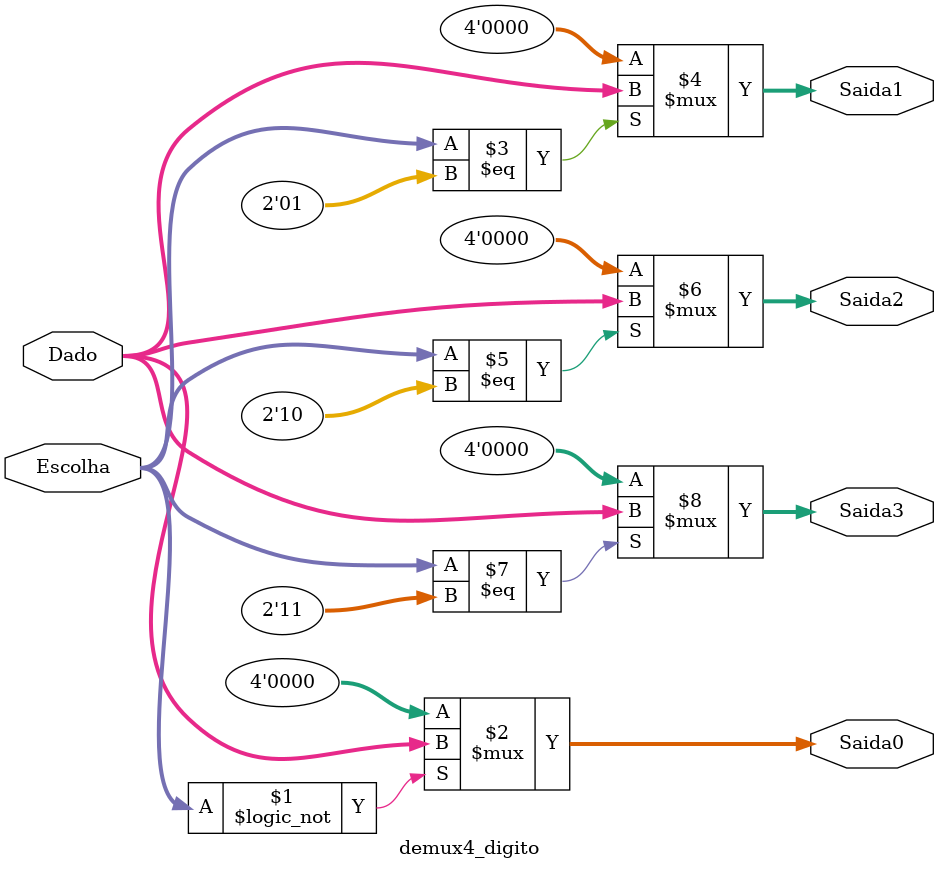
<source format=sv>
module demux4_digito(
input [3:0] Dado,
input [1:0] Escolha,
output [3:0] Saida0,
output [3:0] Saida1,
output [3:0] Saida2,
output [3:0] Saida3
);
assign Saida0 = Escolha==2'b00 ? Dado : 4'b0000;
assign Saida1 = Escolha==2'b01 ? Dado : 4'b0000;
assign Saida2 = Escolha==2'b10 ? Dado : 4'b0000;
assign Saida3 = Escolha==2'b11 ? Dado : 4'b0000;
endmodule

</source>
